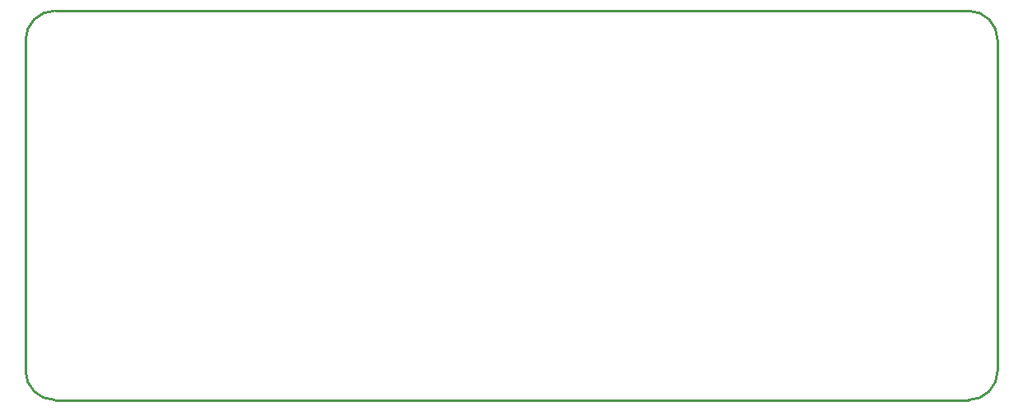
<source format=gko>
G04 Layer: BoardOutlineLayer*
G04 EasyEDA v6.5.9, 2022-09-16 17:49:15*
G04 a67cddfb3fce44daa9051d46cbbcc19f,10*
G04 Gerber Generator version 0.2*
G04 Scale: 100 percent, Rotated: No, Reflected: No *
G04 Dimensions in millimeters *
G04 leading zeros omitted , absolute positions ,4 integer and 5 decimal *
%FSLAX45Y45*%
%MOMM*%

%ADD10C,0.2540*%
D10*
X0Y299999D02*
G01*
X0Y3700000D01*
X9700000Y0D02*
G01*
X299999Y0D01*
X10000000Y3700000D02*
G01*
X10000000Y299999D01*
X299999Y3999999D02*
G01*
X9700000Y3999999D01*
G75*
G01*
X9700001Y4000000D02*
G02*
X10000000Y3700000I0J-300000D01*
G75*
G01*
X10000000Y299999D02*
G02*
X9700001Y0I-299999J0D01*
G75*
G01*
X299999Y0D02*
G02*
X0Y299999I0J299999D01*
G75*
G01*
X0Y3700000D02*
G02*
X299999Y4000000I299999J0D01*

%LPD*%
M02*

</source>
